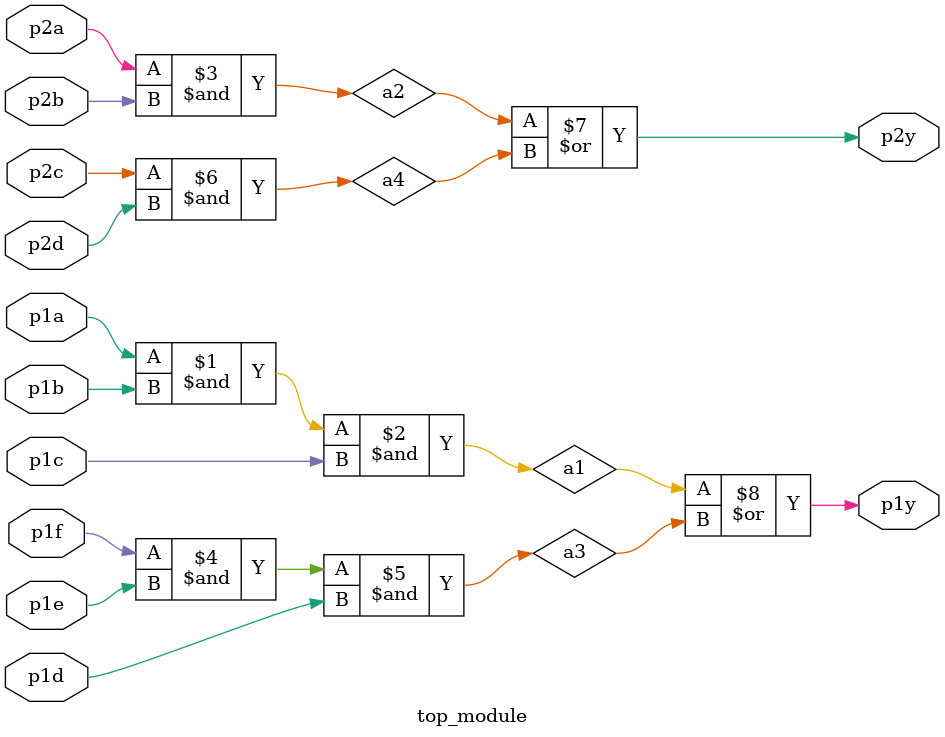
<source format=v>
module top_module ( 
    input p1a, p1b, p1c, p1d, p1e, p1f,
    output p1y,
    input p2a, p2b, p2c, p2d,
    output p2y );
    wire a1,a2,a3,a4;
    
    assign a1= (p1a&p1b&p1c); 
    assign a2 =(p2a&p2b);
    assign a3 =(p1f&p1e&p1d);
    assign a4 =(p2c&p2d);
    assign p2y =(a2|a4);
    assign p1y =(a1|a3);
   endmodule

</source>
